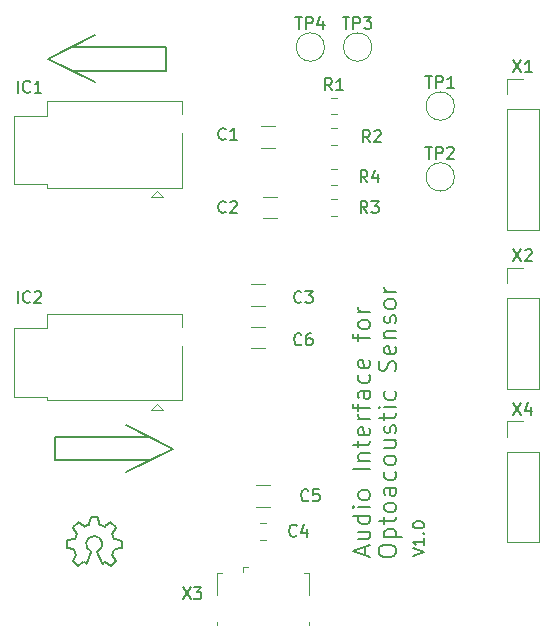
<source format=gbr>
G04 #@! TF.GenerationSoftware,KiCad,Pcbnew,6.0.0-unknown-ea0edab~86~ubuntu18.04.1*
G04 #@! TF.CreationDate,2019-07-07T14:50:01+02:00*
G04 #@! TF.ProjectId,interface,696e7465-7266-4616-9365-2e6b69636164,rev?*
G04 #@! TF.SameCoordinates,Original*
G04 #@! TF.FileFunction,Legend,Top*
G04 #@! TF.FilePolarity,Positive*
%FSLAX46Y46*%
G04 Gerber Fmt 4.6, Leading zero omitted, Abs format (unit mm)*
G04 Created by KiCad (PCBNEW 6.0.0-unknown-ea0edab~86~ubuntu18.04.1) date 2019-07-07 14:50:01*
%MOMM*%
%LPD*%
G04 APERTURE LIST*
%ADD10C,0.150000*%
%ADD11C,0.034395*%
%ADD12C,0.200000*%
%ADD13C,0.120000*%
G04 APERTURE END LIST*
D10*
X112778571Y-112800000D02*
X112778571Y-112514285D01*
X112850000Y-112371428D01*
X112992857Y-112228571D01*
X113278571Y-112157142D01*
X113778571Y-112157142D01*
X114064285Y-112228571D01*
X114207142Y-112371428D01*
X114278571Y-112514285D01*
X114278571Y-112800000D01*
X114207142Y-112942857D01*
X114064285Y-113085714D01*
X113778571Y-113157142D01*
X113278571Y-113157142D01*
X112992857Y-113085714D01*
X112850000Y-112942857D01*
X112778571Y-112800000D01*
X113278571Y-111514285D02*
X114778571Y-111514285D01*
X113350000Y-111514285D02*
X113278571Y-111371428D01*
X113278571Y-111085714D01*
X113350000Y-110942857D01*
X113421428Y-110871428D01*
X113564285Y-110800000D01*
X113992857Y-110800000D01*
X114135714Y-110871428D01*
X114207142Y-110942857D01*
X114278571Y-111085714D01*
X114278571Y-111371428D01*
X114207142Y-111514285D01*
X113278571Y-110371428D02*
X113278571Y-109800000D01*
X112778571Y-110157142D02*
X114064285Y-110157142D01*
X114207142Y-110085714D01*
X114278571Y-109942857D01*
X114278571Y-109800000D01*
X114278571Y-109085714D02*
X114207142Y-109228571D01*
X114135714Y-109300000D01*
X113992857Y-109371428D01*
X113564285Y-109371428D01*
X113421428Y-109300000D01*
X113350000Y-109228571D01*
X113278571Y-109085714D01*
X113278571Y-108871428D01*
X113350000Y-108728571D01*
X113421428Y-108657142D01*
X113564285Y-108585714D01*
X113992857Y-108585714D01*
X114135714Y-108657142D01*
X114207142Y-108728571D01*
X114278571Y-108871428D01*
X114278571Y-109085714D01*
X114278571Y-107300000D02*
X113492857Y-107300000D01*
X113350000Y-107371428D01*
X113278571Y-107514285D01*
X113278571Y-107800000D01*
X113350000Y-107942857D01*
X114207142Y-107300000D02*
X114278571Y-107442857D01*
X114278571Y-107800000D01*
X114207142Y-107942857D01*
X114064285Y-108014285D01*
X113921428Y-108014285D01*
X113778571Y-107942857D01*
X113707142Y-107800000D01*
X113707142Y-107442857D01*
X113635714Y-107300000D01*
X114207142Y-105942857D02*
X114278571Y-106085714D01*
X114278571Y-106371428D01*
X114207142Y-106514285D01*
X114135714Y-106585714D01*
X113992857Y-106657142D01*
X113564285Y-106657142D01*
X113421428Y-106585714D01*
X113350000Y-106514285D01*
X113278571Y-106371428D01*
X113278571Y-106085714D01*
X113350000Y-105942857D01*
X114278571Y-105085714D02*
X114207142Y-105228571D01*
X114135714Y-105300000D01*
X113992857Y-105371428D01*
X113564285Y-105371428D01*
X113421428Y-105300000D01*
X113350000Y-105228571D01*
X113278571Y-105085714D01*
X113278571Y-104871428D01*
X113350000Y-104728571D01*
X113421428Y-104657142D01*
X113564285Y-104585714D01*
X113992857Y-104585714D01*
X114135714Y-104657142D01*
X114207142Y-104728571D01*
X114278571Y-104871428D01*
X114278571Y-105085714D01*
X113278571Y-103300000D02*
X114278571Y-103300000D01*
X113278571Y-103942857D02*
X114064285Y-103942857D01*
X114207142Y-103871428D01*
X114278571Y-103728571D01*
X114278571Y-103514285D01*
X114207142Y-103371428D01*
X114135714Y-103300000D01*
X114207142Y-102657142D02*
X114278571Y-102514285D01*
X114278571Y-102228571D01*
X114207142Y-102085714D01*
X114064285Y-102014285D01*
X113992857Y-102014285D01*
X113850000Y-102085714D01*
X113778571Y-102228571D01*
X113778571Y-102442857D01*
X113707142Y-102585714D01*
X113564285Y-102657142D01*
X113492857Y-102657142D01*
X113350000Y-102585714D01*
X113278571Y-102442857D01*
X113278571Y-102228571D01*
X113350000Y-102085714D01*
X113278571Y-101585714D02*
X113278571Y-101014285D01*
X112778571Y-101371428D02*
X114064285Y-101371428D01*
X114207142Y-101300000D01*
X114278571Y-101157142D01*
X114278571Y-101014285D01*
X114278571Y-100514285D02*
X113278571Y-100514285D01*
X112778571Y-100514285D02*
X112850000Y-100585714D01*
X112921428Y-100514285D01*
X112850000Y-100442857D01*
X112778571Y-100514285D01*
X112921428Y-100514285D01*
X114207142Y-99157142D02*
X114278571Y-99300000D01*
X114278571Y-99585714D01*
X114207142Y-99728571D01*
X114135714Y-99800000D01*
X113992857Y-99871428D01*
X113564285Y-99871428D01*
X113421428Y-99800000D01*
X113350000Y-99728571D01*
X113278571Y-99585714D01*
X113278571Y-99300000D01*
X113350000Y-99157142D01*
X114207142Y-97442857D02*
X114278571Y-97228571D01*
X114278571Y-96871428D01*
X114207142Y-96728571D01*
X114135714Y-96657142D01*
X113992857Y-96585714D01*
X113850000Y-96585714D01*
X113707142Y-96657142D01*
X113635714Y-96728571D01*
X113564285Y-96871428D01*
X113492857Y-97157142D01*
X113421428Y-97300000D01*
X113350000Y-97371428D01*
X113207142Y-97442857D01*
X113064285Y-97442857D01*
X112921428Y-97371428D01*
X112850000Y-97300000D01*
X112778571Y-97157142D01*
X112778571Y-96800000D01*
X112850000Y-96585714D01*
X114207142Y-95371428D02*
X114278571Y-95514285D01*
X114278571Y-95800000D01*
X114207142Y-95942857D01*
X114064285Y-96014285D01*
X113492857Y-96014285D01*
X113350000Y-95942857D01*
X113278571Y-95800000D01*
X113278571Y-95514285D01*
X113350000Y-95371428D01*
X113492857Y-95300000D01*
X113635714Y-95300000D01*
X113778571Y-96014285D01*
X113278571Y-94657142D02*
X114278571Y-94657142D01*
X113421428Y-94657142D02*
X113350000Y-94585714D01*
X113278571Y-94442857D01*
X113278571Y-94228571D01*
X113350000Y-94085714D01*
X113492857Y-94014285D01*
X114278571Y-94014285D01*
X114207142Y-93371428D02*
X114278571Y-93228571D01*
X114278571Y-92942857D01*
X114207142Y-92800000D01*
X114064285Y-92728571D01*
X113992857Y-92728571D01*
X113850000Y-92800000D01*
X113778571Y-92942857D01*
X113778571Y-93157142D01*
X113707142Y-93300000D01*
X113564285Y-93371428D01*
X113492857Y-93371428D01*
X113350000Y-93300000D01*
X113278571Y-93157142D01*
X113278571Y-92942857D01*
X113350000Y-92800000D01*
X114278571Y-91871428D02*
X114207142Y-92014285D01*
X114135714Y-92085714D01*
X113992857Y-92157142D01*
X113564285Y-92157142D01*
X113421428Y-92085714D01*
X113350000Y-92014285D01*
X113278571Y-91871428D01*
X113278571Y-91657142D01*
X113350000Y-91514285D01*
X113421428Y-91442857D01*
X113564285Y-91371428D01*
X113992857Y-91371428D01*
X114135714Y-91442857D01*
X114207142Y-91514285D01*
X114278571Y-91657142D01*
X114278571Y-91871428D01*
X114278571Y-90728571D02*
X113278571Y-90728571D01*
X113564285Y-90728571D02*
X113421428Y-90657142D01*
X113350000Y-90585714D01*
X113278571Y-90442857D01*
X113278571Y-90300000D01*
X115652380Y-113123809D02*
X116652380Y-112790476D01*
X115652380Y-112457142D01*
X116652380Y-111600000D02*
X116652380Y-112171428D01*
X116652380Y-111885714D02*
X115652380Y-111885714D01*
X115795238Y-111980952D01*
X115890476Y-112076190D01*
X115938095Y-112171428D01*
X116557142Y-111171428D02*
X116604761Y-111123809D01*
X116652380Y-111171428D01*
X116604761Y-111219047D01*
X116557142Y-111171428D01*
X116652380Y-111171428D01*
X115652380Y-110504761D02*
X115652380Y-110409523D01*
X115700000Y-110314285D01*
X115747619Y-110266666D01*
X115842857Y-110219047D01*
X116033333Y-110171428D01*
X116271428Y-110171428D01*
X116461904Y-110219047D01*
X116557142Y-110266666D01*
X116604761Y-110314285D01*
X116652380Y-110409523D01*
X116652380Y-110504761D01*
X116604761Y-110600000D01*
X116557142Y-110647619D01*
X116461904Y-110695238D01*
X116271428Y-110742857D01*
X116033333Y-110742857D01*
X115842857Y-110695238D01*
X115747619Y-110647619D01*
X115700000Y-110600000D01*
X115652380Y-110504761D01*
D11*
X86412730Y-111789693D02*
X86412176Y-111790896D01*
X90994773Y-112413123D02*
X90995982Y-112412614D01*
X87824809Y-110594913D02*
X87822235Y-110593812D01*
X90101533Y-110252821D02*
X90100317Y-110253316D01*
X86420813Y-112407574D02*
X86422881Y-112409242D01*
X90233882Y-113015555D02*
X90232782Y-113012979D01*
X87192751Y-113010245D02*
X87191801Y-113012945D01*
X88041349Y-113726452D02*
X88042338Y-113725798D01*
X89024689Y-109800000D02*
X89023716Y-109799090D01*
X89385291Y-113727623D02*
X89386361Y-113728113D01*
X89171238Y-110433848D02*
X89171238Y-110433848D01*
D10*
X89142346Y-110400759D02*
X89033482Y-109815927D01*
D11*
X86409734Y-112384333D02*
X86409767Y-112385647D01*
X88050690Y-113715280D02*
X88050690Y-113715280D01*
X86870761Y-113502157D02*
X86871522Y-113504705D01*
X87194854Y-112989738D02*
X87195052Y-112992683D01*
X89606529Y-113620456D02*
X89609027Y-113619401D01*
X88408661Y-109793890D02*
X88406326Y-109795149D01*
X87836140Y-110597727D02*
X87833198Y-110597266D01*
X86419781Y-111780090D02*
X86418833Y-111781026D01*
X87323178Y-110252821D02*
X87321936Y-110252381D01*
X86417099Y-112403753D02*
X86418882Y-112405739D01*
X90550290Y-113510718D02*
X90550950Y-113509577D01*
D10*
X87289923Y-110259461D02*
X86878412Y-110670939D01*
D11*
X88278640Y-110411129D02*
X88277209Y-110413659D01*
X90100317Y-110253316D02*
X90099126Y-110253866D01*
X87008484Y-112529626D02*
X87010523Y-112531773D01*
X90405924Y-112544946D02*
X90406410Y-112543696D01*
X87784640Y-113619455D02*
X87787311Y-113618573D01*
X86870949Y-110701707D02*
X86871334Y-110702967D01*
X89392015Y-113729712D02*
X89393192Y-113729855D01*
X90096829Y-110255133D02*
X90095729Y-110255850D01*
X87193231Y-112981322D02*
X87193945Y-112984036D01*
X90102771Y-110252381D02*
X90101533Y-110252821D01*
X90549856Y-113476779D02*
X90549856Y-113476779D01*
X89570938Y-110596993D02*
X89568230Y-110596272D01*
X88396506Y-109804000D02*
X88395740Y-109805080D01*
X87195052Y-112992683D02*
X87195081Y-112995660D01*
X89384247Y-113727077D02*
X89385291Y-113727623D01*
X89381285Y-113725118D02*
X89382242Y-113725824D01*
X87017044Y-112541181D02*
X87018183Y-112543662D01*
X87296180Y-113932004D02*
X87297348Y-113932610D01*
X86410024Y-112388261D02*
X86410246Y-112389556D01*
D10*
X87033640Y-111638253D02*
X86434774Y-111772190D01*
D11*
X87291833Y-113929084D02*
X87292866Y-113929887D01*
X89017200Y-109794496D02*
X89016019Y-109793890D01*
X88412323Y-109792380D02*
X88411084Y-109792831D01*
D10*
X111650000Y-113028571D02*
X111650000Y-112314285D01*
X112078571Y-113171428D02*
X110578571Y-112671428D01*
X112078571Y-112171428D01*
X111078571Y-111028571D02*
X112078571Y-111028571D01*
X111078571Y-111671428D02*
X111864285Y-111671428D01*
X112007142Y-111600000D01*
X112078571Y-111457142D01*
X112078571Y-111242857D01*
X112007142Y-111100000D01*
X111935714Y-111028571D01*
X112078571Y-109671428D02*
X110578571Y-109671428D01*
X112007142Y-109671428D02*
X112078571Y-109814285D01*
X112078571Y-110100000D01*
X112007142Y-110242857D01*
X111935714Y-110314285D01*
X111792857Y-110385714D01*
X111364285Y-110385714D01*
X111221428Y-110314285D01*
X111150000Y-110242857D01*
X111078571Y-110100000D01*
X111078571Y-109814285D01*
X111150000Y-109671428D01*
X112078571Y-108957142D02*
X111078571Y-108957142D01*
X110578571Y-108957142D02*
X110650000Y-109028571D01*
X110721428Y-108957142D01*
X110650000Y-108885714D01*
X110578571Y-108957142D01*
X110721428Y-108957142D01*
X112078571Y-108028571D02*
X112007142Y-108171428D01*
X111935714Y-108242857D01*
X111792857Y-108314285D01*
X111364285Y-108314285D01*
X111221428Y-108242857D01*
X111150000Y-108171428D01*
X111078571Y-108028571D01*
X111078571Y-107814285D01*
X111150000Y-107671428D01*
X111221428Y-107600000D01*
X111364285Y-107528571D01*
X111792857Y-107528571D01*
X111935714Y-107600000D01*
X112007142Y-107671428D01*
X112078571Y-107814285D01*
X112078571Y-108028571D01*
X112078571Y-105742857D02*
X110578571Y-105742857D01*
X111078571Y-105028571D02*
X112078571Y-105028571D01*
X111221428Y-105028571D02*
X111150000Y-104957142D01*
X111078571Y-104814285D01*
X111078571Y-104600000D01*
X111150000Y-104457142D01*
X111292857Y-104385714D01*
X112078571Y-104385714D01*
X111078571Y-103885714D02*
X111078571Y-103314285D01*
X110578571Y-103671428D02*
X111864285Y-103671428D01*
X112007142Y-103600000D01*
X112078571Y-103457142D01*
X112078571Y-103314285D01*
X112007142Y-102242857D02*
X112078571Y-102385714D01*
X112078571Y-102671428D01*
X112007142Y-102814285D01*
X111864285Y-102885714D01*
X111292857Y-102885714D01*
X111150000Y-102814285D01*
X111078571Y-102671428D01*
X111078571Y-102385714D01*
X111150000Y-102242857D01*
X111292857Y-102171428D01*
X111435714Y-102171428D01*
X111578571Y-102885714D01*
X112078571Y-101528571D02*
X111078571Y-101528571D01*
X111364285Y-101528571D02*
X111221428Y-101457142D01*
X111150000Y-101385714D01*
X111078571Y-101242857D01*
X111078571Y-101100000D01*
X111078571Y-100814285D02*
X111078571Y-100242857D01*
X112078571Y-100600000D02*
X110792857Y-100600000D01*
X110650000Y-100528571D01*
X110578571Y-100385714D01*
X110578571Y-100242857D01*
X112078571Y-99100000D02*
X111292857Y-99100000D01*
X111150000Y-99171428D01*
X111078571Y-99314285D01*
X111078571Y-99600000D01*
X111150000Y-99742857D01*
X112007142Y-99100000D02*
X112078571Y-99242857D01*
X112078571Y-99600000D01*
X112007142Y-99742857D01*
X111864285Y-99814285D01*
X111721428Y-99814285D01*
X111578571Y-99742857D01*
X111507142Y-99600000D01*
X111507142Y-99242857D01*
X111435714Y-99100000D01*
X112007142Y-97742857D02*
X112078571Y-97885714D01*
X112078571Y-98171428D01*
X112007142Y-98314285D01*
X111935714Y-98385714D01*
X111792857Y-98457142D01*
X111364285Y-98457142D01*
X111221428Y-98385714D01*
X111150000Y-98314285D01*
X111078571Y-98171428D01*
X111078571Y-97885714D01*
X111150000Y-97742857D01*
X112007142Y-96528571D02*
X112078571Y-96671428D01*
X112078571Y-96957142D01*
X112007142Y-97100000D01*
X111864285Y-97171428D01*
X111292857Y-97171428D01*
X111150000Y-97100000D01*
X111078571Y-96957142D01*
X111078571Y-96671428D01*
X111150000Y-96528571D01*
X111292857Y-96457142D01*
X111435714Y-96457142D01*
X111578571Y-97171428D01*
X111078571Y-94885714D02*
X111078571Y-94314285D01*
X112078571Y-94671428D02*
X110792857Y-94671428D01*
X110650000Y-94600000D01*
X110578571Y-94457142D01*
X110578571Y-94314285D01*
X112078571Y-93600000D02*
X112007142Y-93742857D01*
X111935714Y-93814285D01*
X111792857Y-93885714D01*
X111364285Y-93885714D01*
X111221428Y-93814285D01*
X111150000Y-93742857D01*
X111078571Y-93600000D01*
X111078571Y-93385714D01*
X111150000Y-93242857D01*
X111221428Y-93171428D01*
X111364285Y-93100000D01*
X111792857Y-93100000D01*
X111935714Y-93171428D01*
X112007142Y-93242857D01*
X112078571Y-93385714D01*
X112078571Y-93600000D01*
X112078571Y-92457142D02*
X111078571Y-92457142D01*
X111364285Y-92457142D02*
X111221428Y-92385714D01*
X111150000Y-92314285D01*
X111078571Y-92171428D01*
X111078571Y-92028571D01*
D11*
X90231050Y-113007477D02*
X90230422Y-113004594D01*
D10*
X87188008Y-113020208D02*
X86874731Y-113476744D01*
D11*
X91014307Y-112389591D02*
X91014529Y-112388295D01*
X87328963Y-113930941D02*
X87328963Y-113930941D01*
X90434307Y-112518180D02*
X90435609Y-112517796D01*
X86411712Y-112394618D02*
X86412771Y-112397050D01*
X87301041Y-110252619D02*
X87298578Y-110253586D01*
X90995982Y-112412614D02*
X90997168Y-112412049D01*
X90554733Y-110689869D02*
X90554387Y-110687227D01*
X86428560Y-112412580D02*
X86429771Y-112413089D01*
X86426161Y-111775366D02*
X86425023Y-111776038D01*
X86873110Y-110678415D02*
X86872551Y-110679612D01*
X90992294Y-112413967D02*
X90993543Y-112413575D01*
X86410866Y-112392116D02*
X86411262Y-112393375D01*
X86416221Y-111784049D02*
X86415432Y-111785123D01*
X87324362Y-113933452D02*
X87325556Y-113932907D01*
X90230646Y-112984069D02*
X90231359Y-112981356D01*
X88394353Y-109807328D02*
X88393735Y-109808491D01*
X90121056Y-113934921D02*
X90123598Y-113934162D01*
X89393192Y-113729855D02*
X89394380Y-113729939D01*
X88018186Y-113727249D02*
X88019366Y-113727815D01*
X90131783Y-110256886D02*
X90130711Y-110256126D01*
X88026585Y-113729798D02*
X88027792Y-113729902D01*
X89033482Y-109815927D02*
X89033482Y-109815927D01*
X87194943Y-112998646D02*
X87194640Y-113001621D01*
X86431003Y-112413541D02*
X86432254Y-112413933D01*
X90554319Y-113487661D02*
X90554042Y-113486367D01*
D10*
X86434808Y-112414532D02*
X86986346Y-112517169D01*
D11*
X88401979Y-109798218D02*
X88400000Y-109800000D01*
X88395022Y-109806190D02*
X88394353Y-109807328D01*
X87195081Y-112995660D02*
X87194943Y-112998646D01*
X90554387Y-110687227D02*
X90553834Y-110684623D01*
X90127296Y-110254146D02*
X90126100Y-110253586D01*
X90554797Y-110695191D02*
X90554870Y-110692531D01*
X89604876Y-110592553D02*
X89602446Y-110593811D01*
X87850925Y-110597540D02*
X87848034Y-110597915D01*
X86432214Y-111772806D02*
X86430960Y-111773205D01*
X90106598Y-110251387D02*
X90105307Y-110251664D01*
X90123637Y-110252619D02*
X90121095Y-110251855D01*
D10*
X89563213Y-110594305D02*
X89171238Y-110433848D01*
D11*
X90229956Y-113001655D02*
X90229653Y-112998681D01*
X89156936Y-110425081D02*
X89154803Y-110423016D01*
X86434808Y-112414532D02*
X86434808Y-112414532D01*
X87308828Y-110250948D02*
X87306186Y-110251298D01*
X87191801Y-113012945D02*
X87190692Y-113015521D01*
X87801642Y-113616772D02*
X87804548Y-113616937D01*
X88420029Y-109790885D02*
X88418722Y-109790983D01*
X87296215Y-110254756D02*
X87295077Y-110255416D01*
X90551561Y-113508406D02*
X90552120Y-113507207D01*
X90095660Y-113930975D02*
X90095660Y-113930975D01*
X87779670Y-113621735D02*
X87782086Y-113620509D01*
X90551825Y-110706614D02*
X90552371Y-110705423D01*
D10*
X89406402Y-113727283D02*
X89604178Y-113621688D01*
D11*
X89395577Y-113729961D02*
X89396781Y-113729921D01*
X88459725Y-112726211D02*
X88460014Y-112724936D01*
X90118494Y-110251298D02*
X90115855Y-110250948D01*
X86870068Y-113488934D02*
X86869785Y-113491576D01*
X87833198Y-110597266D02*
X87830313Y-110596642D01*
X87861479Y-110594305D02*
X87859038Y-110595377D01*
D10*
X86409700Y-111802389D02*
X86409734Y-112384333D01*
D11*
X87289923Y-110259461D02*
X87289923Y-110259461D01*
X88400000Y-109800000D02*
X88398170Y-109801932D01*
X87298543Y-113933166D02*
X87299763Y-113933672D01*
X90231837Y-113010279D02*
X90231050Y-113007477D01*
X87015692Y-112538736D02*
X87017044Y-112541181D01*
X89007244Y-109791143D02*
X89005941Y-109790983D01*
D10*
X88960741Y-112716805D02*
G75*
G03X88460014Y-112724936I-260741J634987D01*
G01*
D11*
X86872551Y-110679612D02*
X86872042Y-110680834D01*
D10*
X90546246Y-110670939D02*
X90134768Y-110259461D01*
D11*
X89631682Y-113617348D02*
X89634518Y-113617883D01*
X87318066Y-113935362D02*
X87319360Y-113935088D01*
X90548011Y-113513936D02*
X90548820Y-113512900D01*
X86874731Y-113476744D02*
X86874017Y-113477845D01*
X90232782Y-113012979D02*
X90231837Y-113010279D01*
X89373898Y-113715314D02*
X89373898Y-113715314D01*
X91008274Y-112402743D02*
X91009065Y-112401667D01*
X90552111Y-110679612D02*
X90550945Y-110677245D01*
X86871278Y-113483793D02*
X86870565Y-113486333D01*
X91004709Y-112406710D02*
X91005658Y-112405773D01*
X88036007Y-113728905D02*
X88037121Y-113728526D01*
X90553851Y-113502191D02*
X90554408Y-113499585D01*
X87790077Y-113617864D02*
X87792915Y-113617329D01*
X90989746Y-112414566D02*
X90989746Y-112414566D01*
X91005658Y-112405773D02*
X91006569Y-112404798D01*
X90438208Y-112517203D02*
X90438208Y-112517203D01*
X87004037Y-112525684D02*
X87006317Y-112527591D01*
X89625881Y-113616804D02*
X89628796Y-113616988D01*
X89019489Y-109795850D02*
X89018358Y-109795149D01*
X87830313Y-110596642D02*
X87827509Y-110595857D01*
X86874378Y-110676105D02*
X86873719Y-110677245D01*
X86996691Y-112520878D02*
X86999207Y-112522312D01*
X86414687Y-111786226D02*
X86413987Y-111787356D01*
X87194172Y-113004560D02*
X87193542Y-113007442D01*
X89607136Y-110591140D02*
X89604876Y-110592553D01*
X86873359Y-113478979D02*
X86872756Y-113480143D01*
X88263265Y-110428760D02*
X88260886Y-110430342D01*
X90554512Y-110697831D02*
X90554797Y-110695191D01*
X89026520Y-109801932D02*
X89025624Y-109800948D01*
X86410210Y-111797170D02*
X86409989Y-111798464D01*
X90553088Y-113504739D02*
X90553851Y-113502191D01*
X90552120Y-113507207D02*
X90552629Y-113505984D01*
X89637281Y-113618592D02*
X89639951Y-113619476D01*
X88024165Y-113729400D02*
X88025375Y-113729632D01*
X89142955Y-110403356D02*
X89142621Y-110402055D01*
X86878343Y-113515852D02*
X86878343Y-113515852D01*
X88421340Y-109790853D02*
X88420029Y-109790885D01*
X86871334Y-110702967D02*
X86871773Y-110704206D01*
X88417422Y-109791143D02*
X88416130Y-109791364D01*
D10*
X88966135Y-112729942D02*
X89373898Y-113715314D01*
D11*
X89591470Y-110597266D02*
X89588526Y-110597727D01*
X88282381Y-110400759D02*
X88281772Y-110403356D01*
X90095660Y-113930975D02*
X90096761Y-113931686D01*
X90998331Y-112411431D02*
X90999468Y-112410762D01*
X89161475Y-110428760D02*
X89159165Y-110427001D01*
X89602446Y-110593811D02*
X89599867Y-110594913D01*
X87019090Y-112546165D02*
X87019090Y-112546165D01*
X90550573Y-113477879D02*
X90549856Y-113476779D01*
X89400411Y-113729423D02*
X89401620Y-113729128D01*
X86410527Y-112390842D02*
X86410866Y-112392116D01*
X90554898Y-113494274D02*
X90554826Y-113491610D01*
X89023716Y-109799090D02*
X89022708Y-109798218D01*
X89568230Y-110596272D02*
X89565648Y-110595377D01*
X87295042Y-113931348D02*
X87296180Y-113932004D01*
X91002707Y-112408464D02*
X91003725Y-112407608D01*
X90552863Y-110704206D02*
X90553301Y-110702967D01*
X90548819Y-110673924D02*
X90548011Y-110672889D01*
D10*
X90095729Y-110255850D02*
X89607136Y-110591140D01*
D11*
X90427859Y-112520912D02*
X90430417Y-112519665D01*
X86994130Y-112519631D02*
X86996691Y-112520878D01*
X89388568Y-113728925D02*
X89389700Y-113729246D01*
X88048267Y-113719779D02*
X88048947Y-113718724D01*
X89594356Y-110596642D02*
X89591470Y-110597266D01*
X90126100Y-110253586D02*
X90124879Y-110253077D01*
X90131730Y-113929921D02*
X90132761Y-113929118D01*
X86413987Y-111787356D02*
X86413335Y-111788513D01*
X89012352Y-109792380D02*
X89011094Y-109791985D01*
X87018666Y-112544912D02*
X87019090Y-112546165D01*
X87292901Y-110256886D02*
X87291867Y-110257695D01*
X90553834Y-110684623D02*
X90553075Y-110682078D01*
X88032558Y-113729693D02*
X88033723Y-113729489D01*
X88395740Y-109805080D02*
X88395022Y-109806190D01*
X89159165Y-110427001D02*
X89156936Y-110425081D01*
X89573747Y-110597540D02*
X89570938Y-110596993D01*
X87001661Y-112523919D02*
X87004037Y-112525684D01*
X87012415Y-112534017D02*
X87014143Y-112536343D01*
X87306186Y-110251298D02*
X87303584Y-110251855D01*
X89152780Y-110420825D02*
X89150883Y-110418524D01*
X89376320Y-113719812D02*
X89377045Y-113720820D01*
X86872042Y-110680834D02*
X86871584Y-110682078D01*
X88260886Y-110430342D02*
X88258454Y-110431728D01*
X91012332Y-112395878D02*
X91012837Y-112394653D01*
X90229740Y-112989772D02*
X90230107Y-112986882D01*
X90113196Y-110250808D02*
X90110539Y-110250880D01*
X87319395Y-110251664D02*
X87316794Y-110251165D01*
X90420528Y-112525718D02*
X90422897Y-112523954D01*
X86422881Y-112409242D02*
X86423962Y-112410009D01*
X88050161Y-113716473D02*
X88050690Y-113715280D01*
X86420764Y-111779194D02*
X86419781Y-111780090D01*
X89033212Y-109814642D02*
X89032878Y-109813372D01*
X87795803Y-113616969D02*
X87798719Y-113616783D01*
D10*
X90220414Y-111190178D02*
X90549857Y-110710012D01*
D11*
X87192342Y-112978731D02*
X87193231Y-112981322D01*
X91010514Y-112399427D02*
X91011169Y-112398267D01*
X89563213Y-110594305D02*
X89563213Y-110594305D01*
X87326757Y-110254472D02*
X87325591Y-110253866D01*
X90554042Y-113486367D02*
X90553711Y-113485088D01*
X86876651Y-110672889D02*
X86875844Y-110673924D01*
X90550950Y-113509577D02*
X90551561Y-113508406D01*
X87293937Y-113930642D02*
X87295042Y-113931348D01*
X87303549Y-113934887D02*
X87306151Y-113935442D01*
X88022957Y-113729104D02*
X88024165Y-113729400D01*
X89402826Y-113728767D02*
X89404027Y-113728340D01*
X88273854Y-110418524D02*
X88271959Y-110420825D01*
X88253488Y-110433848D02*
X88253488Y-110433848D01*
X86874311Y-113510683D02*
X86875019Y-113511792D01*
X88034873Y-113729226D02*
X88036007Y-113728905D01*
X86869785Y-113491576D02*
X86869715Y-113494240D01*
X88269938Y-110423016D02*
X88267805Y-110425081D01*
X91014025Y-112390876D02*
X91014307Y-112389591D01*
X87819809Y-110592553D02*
X87817556Y-110591140D01*
X89378624Y-113722689D02*
X89379475Y-113723549D01*
X87299763Y-113933672D02*
X87301006Y-113934128D01*
X89016019Y-109793890D02*
X89014816Y-109793335D01*
X91001658Y-112409276D02*
X91002707Y-112408464D01*
X86988940Y-112517762D02*
X86991541Y-112518587D01*
X87190692Y-113015521D02*
X87189428Y-113017949D01*
X91011775Y-112397084D02*
X91012332Y-112395878D01*
X90554870Y-110692531D02*
X90554733Y-110689869D01*
X89617187Y-113617306D02*
X89620055Y-113616963D01*
X90546245Y-113515887D02*
X90546245Y-113515887D01*
X86986346Y-112517169D02*
X86987641Y-112517435D01*
X89399200Y-113729653D02*
X89400411Y-113729423D01*
X90554758Y-113496939D02*
X90554898Y-113494274D01*
X87314117Y-113935863D02*
X87316759Y-113935582D01*
X90405497Y-112546199D02*
X90405497Y-112546199D01*
X90549857Y-110710012D02*
X90550568Y-110708912D01*
X90229515Y-112995694D02*
X90229543Y-112992717D01*
X86871584Y-110682078D02*
X86870821Y-110684623D01*
X88030192Y-113729920D02*
X88031380Y-113729836D01*
X90129604Y-110255416D02*
X90128465Y-110254756D01*
X87326722Y-113932307D02*
X87327859Y-113931652D01*
X88040331Y-113727053D02*
X88041349Y-113726452D01*
X87319360Y-113935088D02*
X87320639Y-113934760D01*
X89149126Y-110416129D02*
X89147524Y-110413659D01*
X89620055Y-113616963D02*
X89622960Y-113616795D01*
X86415478Y-112401633D02*
X86417099Y-112403753D01*
X87303584Y-110251855D02*
X87301041Y-110252619D01*
X89644918Y-113621764D02*
X89647172Y-113623167D01*
X91014787Y-112385681D02*
X91014820Y-112384367D01*
X87321901Y-113934379D02*
X87323143Y-113933943D01*
X89397989Y-113729819D02*
X89399200Y-113729653D01*
X89008538Y-109791364D02*
X89007244Y-109791143D01*
X87194485Y-112986848D02*
X87194854Y-112989738D01*
D10*
X90233312Y-112976319D02*
X90405497Y-112546199D01*
D11*
X88020556Y-113728312D02*
X88021753Y-113728741D01*
X87295077Y-110255416D02*
X87293971Y-110256126D01*
X87014143Y-112536343D02*
X87015692Y-112538736D01*
X89576635Y-110597915D02*
X89573747Y-110597540D01*
X86871522Y-113504705D02*
X86872487Y-113507173D01*
X89143792Y-110405961D02*
X89142955Y-110403356D01*
X89382242Y-113725824D02*
X89383230Y-113726477D01*
X86409734Y-112384333D02*
X86409734Y-112384333D01*
X89405219Y-113727846D02*
X89406402Y-113727283D01*
X91009812Y-112400561D02*
X91010514Y-112399427D01*
X86991541Y-112518587D02*
X86994130Y-112519631D01*
X86412176Y-111790896D02*
X86411673Y-111792118D01*
X90095729Y-110255850D02*
X90095729Y-110255850D01*
X87316794Y-110251165D02*
X87314152Y-110250880D01*
X88391480Y-109814642D02*
X88391209Y-109815927D01*
X89628796Y-113616988D02*
X89631682Y-113617348D01*
X86415432Y-111785123D02*
X86414687Y-111786226D01*
X87845087Y-110598119D02*
X87842107Y-110598155D01*
X91007442Y-112403787D02*
X91008274Y-112402743D01*
X90128465Y-110254756D02*
X90127296Y-110254146D01*
X90548011Y-110672889D02*
X90547153Y-110671892D01*
X89032484Y-109812121D02*
X89032031Y-109810890D01*
X87787311Y-113618573D02*
X87790077Y-113617864D01*
X90547153Y-113514933D02*
X90548011Y-113513936D01*
X89377814Y-113721779D02*
X89378624Y-113722689D01*
X91012837Y-112394653D02*
X91013288Y-112393409D01*
D10*
X89647172Y-113623167D02*
X90095660Y-113930975D01*
D11*
X90430417Y-112519665D02*
X90433006Y-112518621D01*
X86410490Y-111795886D02*
X86410210Y-111797170D01*
X89004631Y-109790885D02*
X89003317Y-109790853D01*
X89163853Y-110430342D02*
X89161475Y-110428760D01*
X88280936Y-110405961D02*
X88279887Y-110408557D01*
X90229653Y-112998681D02*
X90229515Y-112995694D01*
X88459374Y-112727472D02*
X88459725Y-112726211D01*
X86870205Y-113499550D02*
X86870761Y-113502157D01*
D10*
X90438208Y-112517203D02*
X90989746Y-112414566D01*
D11*
X89404027Y-113728340D02*
X89405219Y-113727846D01*
X89144842Y-110408557D02*
X89143792Y-110405961D01*
X90230422Y-113004594D02*
X90229956Y-113001655D01*
X88413579Y-109791985D02*
X88412323Y-109792380D01*
X88267805Y-110425081D02*
X88265576Y-110427001D01*
X91009065Y-112401667D02*
X91009812Y-112400561D01*
X87297348Y-113932610D02*
X87298543Y-113933166D01*
X88037121Y-113728526D02*
X88038215Y-113728091D01*
X87817556Y-110591140D02*
X87817556Y-110591140D01*
X88033723Y-113729489D02*
X88034873Y-113729226D01*
X89027374Y-109802950D02*
X89026520Y-109801932D01*
X90412174Y-112534051D02*
X90414060Y-112531807D01*
X86410829Y-111794615D02*
X86410490Y-111795886D01*
X88392207Y-109812121D02*
X88391813Y-109813372D01*
X89031521Y-109809679D02*
X89030956Y-109808491D01*
X87298578Y-110253586D02*
X87296215Y-110254756D01*
X89396781Y-113729921D02*
X89397989Y-113729819D01*
X88018186Y-113727249D02*
X88018186Y-113727249D01*
D10*
X88050690Y-113715280D02*
X88458487Y-112729942D01*
D11*
X89609027Y-113619401D02*
X89611651Y-113618526D01*
X86870821Y-110684623D02*
X86870262Y-110687227D01*
X86433523Y-112414265D02*
X86434808Y-112414532D01*
X86987641Y-112517435D02*
X86988940Y-112517762D01*
X89028185Y-109804000D02*
X89027374Y-109802950D01*
X90099126Y-110253866D02*
X90097963Y-110254472D01*
X88414849Y-109791645D02*
X88413579Y-109791985D01*
X89168749Y-110432903D02*
X89167512Y-110432343D01*
X87798719Y-113616783D02*
X87801642Y-113616772D01*
X88038215Y-113728091D02*
X88039285Y-113727600D01*
X90997168Y-112412049D02*
X90998331Y-112411431D01*
X87807416Y-113617279D02*
X87810224Y-113617798D01*
X86875019Y-113511792D02*
X86875776Y-113512866D01*
X90134768Y-110259461D02*
X90133815Y-110258554D01*
X87191276Y-112976285D02*
X87192342Y-112978731D01*
D10*
X87206995Y-111233895D02*
X87033640Y-111638253D01*
D11*
X90235137Y-113017983D02*
X90233882Y-113015555D01*
X86872487Y-113507173D02*
X86873653Y-113509542D01*
X89375641Y-113718757D02*
X89376320Y-113719812D01*
X89030338Y-109807328D02*
X89029669Y-109806190D01*
X90548820Y-113512900D02*
X90549580Y-113511826D01*
X91011169Y-112398267D02*
X91011775Y-112397084D01*
X86409829Y-111799766D02*
X86409732Y-111801076D01*
D10*
X87817556Y-110591140D02*
X87328997Y-110255850D01*
D11*
X91013685Y-112392150D02*
X91014025Y-112390876D01*
X87827509Y-110595857D02*
X87824809Y-110594913D01*
X90554826Y-113491610D02*
X90554542Y-113488968D01*
X90097894Y-113932341D02*
X90099058Y-113932941D01*
X86875776Y-113512866D02*
X86876583Y-113513902D01*
X87323143Y-113933943D02*
X87324362Y-113933452D01*
X87812950Y-113618494D02*
X87815571Y-113619369D01*
D10*
X87019090Y-112546165D02*
X87191276Y-112976285D01*
D11*
X89022708Y-109798218D02*
X89021666Y-109797386D01*
X87861479Y-110594305D02*
X87861479Y-110594305D01*
X90231359Y-112981356D02*
X90232247Y-112978765D01*
X89387454Y-113728547D02*
X89388568Y-113728925D01*
X87818065Y-113620422D02*
X87820410Y-113621654D01*
X89030956Y-109808491D02*
X89030338Y-109807328D01*
X87325556Y-113932907D02*
X87326722Y-113932307D01*
X90991028Y-112414298D02*
X90992294Y-112413967D01*
X88255983Y-110432903D02*
X88253488Y-110433848D01*
X87327893Y-110255133D02*
X87326757Y-110254472D01*
X88025375Y-113729632D02*
X88026585Y-113729798D01*
D10*
X86874800Y-110710012D02*
X87206995Y-111233895D01*
D11*
X86421781Y-111778338D02*
X86420764Y-111779194D01*
X88281772Y-110403356D02*
X88280936Y-110405961D01*
D10*
X87820410Y-113621654D02*
X88018186Y-113727249D01*
D11*
X86869839Y-110695191D02*
X86870122Y-110697831D01*
X86423962Y-112410009D02*
X86425072Y-112410728D01*
X86409700Y-111802389D02*
X86409700Y-111802389D01*
X86425023Y-111776038D02*
X86423912Y-111776759D01*
X90129557Y-113931382D02*
X90130661Y-113930676D01*
X87290840Y-113928231D02*
X87291833Y-113929084D01*
X87293971Y-110256126D02*
X87292901Y-110256886D01*
X88045109Y-113723520D02*
X88045960Y-113722659D01*
X86870262Y-110687227D02*
X86869911Y-110689869D01*
X88019366Y-113727815D02*
X88020556Y-113728312D01*
X89401620Y-113729128D02*
X89402826Y-113728767D01*
X90126060Y-113933200D02*
X90128421Y-113932038D01*
X90552390Y-113481369D02*
X90551840Y-113480177D01*
X90433006Y-112518621D02*
X90434307Y-112518180D01*
X87782086Y-113620509D02*
X87784640Y-113619455D01*
X90115855Y-110250948D02*
X90113196Y-110250808D01*
X88046771Y-113721748D02*
X88047541Y-113720788D01*
X88458962Y-112728716D02*
X88459374Y-112727472D01*
X90110488Y-113935897D02*
X90113149Y-113935966D01*
X90132761Y-113929118D02*
X90133751Y-113928265D01*
X86869856Y-113496905D02*
X86870205Y-113499550D01*
X90554014Y-110700429D02*
X90554512Y-110697831D01*
X89622960Y-113616795D02*
X89625881Y-113616804D01*
X88409863Y-109793335D02*
X88408661Y-109793890D01*
X88392660Y-109810890D02*
X88392207Y-109812121D01*
X87316759Y-113935582D02*
X87318066Y-113935362D01*
X87804548Y-113616937D02*
X87807416Y-113617279D01*
X86878412Y-110670939D02*
X86877507Y-110671892D01*
X89028950Y-109805080D02*
X89028185Y-109804000D01*
X88021753Y-113728741D02*
X88022957Y-113729104D01*
X89389700Y-113729246D02*
X89390850Y-113729508D01*
X89604178Y-113621688D02*
X89606529Y-113620456D01*
X87328997Y-110255850D02*
X87328997Y-110255850D01*
D10*
X86878343Y-113515852D02*
X87289889Y-113927330D01*
D11*
X86874017Y-113477845D02*
X86873359Y-113478979D01*
X88258454Y-110431728D02*
X88255983Y-110432903D01*
X87853738Y-110596993D02*
X87850925Y-110597540D01*
X88421340Y-109790853D02*
X88421340Y-109790853D01*
X86999207Y-112522312D02*
X87001661Y-112523919D01*
X88044220Y-113724331D02*
X88045109Y-113723520D01*
X88275609Y-110416129D02*
X88273854Y-110418524D01*
X86418882Y-112405739D02*
X86420813Y-112407574D01*
X89014816Y-109793335D02*
X89013593Y-109792831D01*
X86427326Y-111774745D02*
X86426161Y-111775366D01*
X88406326Y-109795149D02*
X88404093Y-109796596D01*
X89147524Y-110413659D02*
X89146091Y-110411129D01*
D10*
X90134699Y-113927364D02*
X90546245Y-113515887D01*
D11*
X87328997Y-110255850D02*
X87327893Y-110255133D01*
X86427373Y-112412015D02*
X86428560Y-112412580D01*
X90096761Y-113931686D02*
X90097894Y-113932341D01*
X89579580Y-110598119D02*
X89576635Y-110597915D01*
X86429727Y-111773663D02*
X86428515Y-111774177D01*
X90115811Y-113935825D02*
X90118454Y-113935476D01*
X88042338Y-113725798D02*
X88043296Y-113725090D01*
X90553711Y-113485088D02*
X90553325Y-113483827D01*
X86876583Y-113513902D02*
X86877438Y-113514898D01*
X89373898Y-113715314D02*
X89374427Y-113716507D01*
X91013288Y-112393409D02*
X91013685Y-112392150D01*
X86871716Y-113482553D02*
X86871278Y-113483793D01*
X90236545Y-113020242D02*
X90235137Y-113017983D01*
X90107847Y-113935616D02*
X90110488Y-113935897D01*
X89033482Y-109815927D02*
X89033212Y-109814642D01*
X90552629Y-113505984D02*
X90553088Y-113504739D01*
X88458487Y-112729942D02*
X88458962Y-112728716D01*
X87839117Y-110598024D02*
X87836140Y-110597727D01*
X87308794Y-113935791D02*
X87311456Y-113935932D01*
X90101468Y-113933977D02*
X90102708Y-113934413D01*
X90134768Y-110259461D02*
X90134768Y-110259461D01*
X90123598Y-113934162D02*
X90126060Y-113933200D01*
X89169991Y-110433405D02*
X89168749Y-110432903D01*
X87010523Y-112531773D02*
X87012415Y-112534017D01*
X90553301Y-110702967D02*
X90554014Y-110700429D01*
X90546246Y-110670939D02*
X90546246Y-110670939D01*
X89025624Y-109800948D02*
X89024689Y-109800000D01*
X87321936Y-110252381D02*
X87319395Y-110251664D01*
X89607136Y-110591140D02*
X89607136Y-110591140D01*
X89021666Y-109797386D02*
X89020592Y-109796596D01*
X87822235Y-110593812D02*
X87819809Y-110592553D01*
X88279887Y-110408557D02*
X88278640Y-110411129D01*
X87291867Y-110257695D02*
X87290874Y-110258554D01*
X89029669Y-109806190D02*
X89028950Y-109805080D01*
X89599867Y-110594913D02*
X89597163Y-110595857D01*
X87292866Y-113929887D02*
X87293937Y-113930642D01*
X87842107Y-110598155D02*
X87839117Y-110598024D01*
X87289889Y-113927330D02*
X87289889Y-113927330D01*
X89011094Y-109791985D02*
X89009822Y-109791645D01*
X88027792Y-113729902D02*
X88028995Y-113729942D01*
X90229543Y-112992717D02*
X90229740Y-112989772D01*
X86409864Y-112386957D02*
X86410024Y-112388261D01*
X87311490Y-110250808D02*
X87308828Y-110250948D01*
X90425346Y-112522346D02*
X90427859Y-112520912D01*
X86422831Y-111777526D02*
X86421781Y-111778338D01*
X86417923Y-111781999D02*
X86417052Y-111783007D01*
X90422897Y-112523954D02*
X90425346Y-112522346D01*
X86410246Y-112389556D02*
X86410527Y-112390842D01*
X87018183Y-112543662D02*
X87018666Y-112544912D01*
X89142346Y-110400759D02*
X89142346Y-110400759D01*
X86423912Y-111776759D02*
X86422831Y-111777526D01*
X90414060Y-112531807D02*
X90416093Y-112529660D01*
X89167512Y-110432343D02*
X89166282Y-110431728D01*
X86869911Y-110689869D02*
X86869770Y-110692531D01*
X87193945Y-112984036D02*
X87194485Y-112986848D01*
X87820410Y-113621654D02*
X87820410Y-113621654D01*
X88043296Y-113725090D02*
X88044220Y-113724331D01*
X89171238Y-110433848D02*
X89169991Y-110433405D01*
X86986346Y-112517169D02*
X86986346Y-112517169D01*
X89585548Y-110598024D02*
X89582559Y-110598155D01*
X90121095Y-110251855D02*
X90118494Y-110251298D01*
X86870565Y-113486333D02*
X86870068Y-113488934D01*
X86877507Y-110671892D02*
X86876651Y-110672889D01*
X89614378Y-113617827D02*
X89617187Y-113617306D01*
X90550287Y-110676105D02*
X90549578Y-110674998D01*
X90133751Y-113928265D02*
X90134699Y-113927364D01*
X90436910Y-112517469D02*
X90438208Y-112517203D01*
X90554542Y-113488968D02*
X90554319Y-113487661D01*
X90553325Y-113483827D02*
X90552885Y-113482587D01*
X86433486Y-111772467D02*
X86432214Y-111772806D01*
X86875086Y-110674998D02*
X86874378Y-110676105D01*
X89379475Y-113723549D02*
X89380362Y-113724359D01*
X90989746Y-112414566D02*
X90991028Y-112414298D01*
X91003725Y-112407608D02*
X91004709Y-112406710D01*
X90553075Y-110682078D02*
X90552111Y-110679612D01*
X89634518Y-113617883D02*
X89637281Y-113618592D01*
X86412771Y-112397050D02*
X86414031Y-112399393D01*
X86434774Y-111772190D02*
X86433486Y-111772467D01*
X86870122Y-110697831D02*
X86870343Y-110699136D01*
X87290874Y-110258554D02*
X87289923Y-110259461D01*
X88393735Y-109808491D02*
X88393170Y-109809679D01*
X88265576Y-110427001D02*
X88263265Y-110428760D01*
X86874731Y-113476744D02*
X86874731Y-113476744D01*
X90408902Y-112538770D02*
X90410449Y-112536377D01*
X87859038Y-110595377D02*
X87856450Y-110596272D01*
X90113149Y-113935966D02*
X90115811Y-113935825D01*
X86413335Y-111788513D02*
X86412730Y-111789693D01*
X90232247Y-112978765D02*
X90233312Y-112976319D01*
X87194640Y-113001621D02*
X87194172Y-113004560D01*
X90134699Y-113927364D02*
X90134699Y-113927364D01*
X89142621Y-110402055D02*
X89142346Y-110400759D01*
X90549578Y-110674998D02*
X90548819Y-110673924D01*
D10*
X90390983Y-111638253D02*
X90217662Y-111200000D01*
X90549856Y-113476779D02*
X90236545Y-113020242D01*
D11*
X87815571Y-113619369D02*
X87818065Y-113620422D01*
X87324397Y-110253316D02*
X87323178Y-110252821D01*
X90100250Y-113933487D02*
X90101468Y-113933977D01*
X90551840Y-113480177D02*
X90551234Y-113479013D01*
X86878412Y-110670939D02*
X86878412Y-110670939D01*
X89032878Y-109813372D02*
X89032484Y-109812121D01*
X87327859Y-113931652D02*
X87328963Y-113930941D01*
X89374427Y-113716507D02*
X89375009Y-113717655D01*
X90230107Y-112986882D02*
X90230646Y-112984069D01*
X86432254Y-112413933D02*
X86433523Y-112414265D01*
X86869770Y-110692531D02*
X86869839Y-110695191D01*
X86871773Y-110704206D02*
X86872268Y-110705423D01*
X87188008Y-113020208D02*
X87188008Y-113020208D01*
X89383230Y-113726477D02*
X89384247Y-113727077D01*
X88047541Y-113720788D02*
X88048267Y-113719779D01*
X90128421Y-113932038D02*
X90129557Y-113931382D01*
X86872817Y-110706614D02*
X86873422Y-110707778D01*
X88393170Y-109809679D02*
X88392660Y-109810890D01*
X89005941Y-109790983D02*
X89004631Y-109790885D01*
X90107902Y-110251164D02*
X90106598Y-110251387D01*
X89020592Y-109796596D02*
X89019489Y-109795850D01*
X87193542Y-113007442D02*
X87192751Y-113010245D01*
X89588526Y-110597727D02*
X89585548Y-110598024D01*
X87320639Y-113934760D02*
X87321901Y-113934379D01*
X90999468Y-112410762D02*
X91000577Y-112410043D01*
X87314152Y-110250880D02*
X87311490Y-110250808D01*
X87191276Y-112976285D02*
X87191276Y-112976285D01*
X87189428Y-113017949D02*
X87188008Y-113020208D01*
X87777416Y-113623133D02*
X87779670Y-113621735D01*
X88049579Y-113717621D02*
X88050161Y-113716473D01*
X86417052Y-111783007D02*
X86416221Y-111784049D01*
X86874083Y-110708912D02*
X86874800Y-110710012D01*
D10*
X89003317Y-109790853D02*
X88421340Y-109790853D01*
X91014889Y-111802424D02*
X90424450Y-111667042D01*
D11*
X89154803Y-110423016D02*
X89152780Y-110420825D01*
X88282381Y-110400759D02*
X88282381Y-110400759D01*
X86434774Y-111772190D02*
X86434774Y-111772190D01*
X88045960Y-113722659D02*
X88046771Y-113721748D01*
X86874800Y-110710012D02*
X86874800Y-110710012D01*
X90130661Y-113930676D02*
X90131730Y-113929921D01*
X86875844Y-110673924D02*
X86875086Y-110674998D01*
X89018358Y-109795149D02*
X89017200Y-109794496D01*
D10*
X88253488Y-110433848D02*
X87861479Y-110594305D01*
D11*
X91014529Y-112388295D02*
X91014689Y-112386991D01*
X90236545Y-113020242D02*
X90236545Y-113020242D01*
X89375009Y-113717655D02*
X89375641Y-113718757D01*
X87792915Y-113617329D02*
X87795803Y-113616969D01*
X90105247Y-113935122D02*
X90107847Y-113935616D01*
X89642503Y-113620533D02*
X89644918Y-113621764D01*
X90416093Y-112529660D02*
X90418254Y-112527626D01*
X89032031Y-109810890D02*
X89031521Y-109809679D01*
X91014820Y-112384367D02*
X91014820Y-112384367D01*
X89406402Y-113727283D02*
X89406402Y-113727283D01*
X86411223Y-111793359D02*
X86410829Y-111794615D01*
X89565648Y-110595377D02*
X89563213Y-110594305D01*
X86873653Y-113509542D02*
X86874311Y-113510683D01*
X86409767Y-112385647D02*
X86409864Y-112386957D01*
X88039285Y-113727600D02*
X88040331Y-113727053D01*
X90105307Y-110251664D02*
X90104030Y-110251995D01*
X89150883Y-110418524D02*
X89149126Y-110416129D01*
X87311456Y-113935932D02*
X87314117Y-113935863D01*
D10*
X91014820Y-112384367D02*
X91014889Y-111802424D01*
D11*
X88458487Y-112729942D02*
X88458487Y-112729942D01*
X88391209Y-109815927D02*
X88391209Y-109815927D01*
X90547153Y-110671892D02*
X90546246Y-110670939D01*
X89597163Y-110595857D02*
X89594356Y-110596642D01*
X86418833Y-111781026D02*
X86417923Y-111781999D01*
X86428515Y-111774177D02*
X86427326Y-111774745D01*
X87289889Y-113927330D02*
X87290840Y-113928231D01*
X88028995Y-113729942D02*
X88030192Y-113729920D01*
X90552371Y-110705423D02*
X90552863Y-110704206D01*
X86411262Y-112393375D02*
X86411712Y-112394618D01*
X88418722Y-109790983D02*
X88417422Y-109791143D01*
X90410449Y-112536377D02*
X90412174Y-112534051D01*
X88031380Y-113729836D02*
X88032558Y-113729693D01*
X89639951Y-113619476D02*
X89642503Y-113620533D01*
X87301006Y-113934128D02*
X87303549Y-113934887D01*
X89582559Y-110598155D02*
X89579580Y-110598119D01*
X90118454Y-113935476D02*
X90121056Y-113934921D01*
X90406410Y-112543696D02*
X90407550Y-112541215D01*
X90551224Y-110707778D02*
X90551825Y-110706614D01*
X89013593Y-109792831D02*
X89012352Y-109792380D01*
X90551234Y-113479013D02*
X90550573Y-113477879D01*
X90405497Y-112546199D02*
X90405924Y-112544946D01*
X89146091Y-110411129D02*
X89144842Y-110408557D01*
X90099058Y-113932941D02*
X90100250Y-113933487D01*
X86870343Y-110699136D02*
X86870619Y-110700429D01*
X90435609Y-112517796D02*
X90436910Y-112517469D01*
X86409989Y-111798464D02*
X86409829Y-111799766D01*
X87848034Y-110597915D02*
X87845087Y-110598119D01*
X90993543Y-112413575D02*
X90994773Y-112413123D01*
X86414031Y-112399393D02*
X86415478Y-112401633D01*
X88277209Y-110413659D02*
X88275609Y-110416129D01*
X90418254Y-112527626D02*
X90420528Y-112525718D01*
X89394380Y-113729939D02*
X89395577Y-113729961D01*
X88404093Y-109796596D02*
X88401979Y-109798218D01*
X86425072Y-112410728D02*
X86426209Y-112411397D01*
X89611651Y-113618526D02*
X89614378Y-113617827D01*
X88416130Y-109791364D02*
X88414849Y-109791645D01*
X89003317Y-109790853D02*
X89003317Y-109790853D01*
X89647172Y-113623167D02*
X89647172Y-113623167D01*
D10*
X87328963Y-113930941D02*
X87777416Y-113623133D01*
D11*
X90102708Y-113934413D02*
X90105247Y-113935122D01*
X91014689Y-112386991D02*
X91014787Y-112385681D01*
X89380362Y-113724359D02*
X89381285Y-113725118D01*
X90552885Y-113482587D02*
X90552390Y-113481369D01*
X86411673Y-111792118D02*
X86411223Y-111793359D01*
X86426209Y-112411397D02*
X86427373Y-112412015D01*
X86877438Y-113514898D02*
X86878343Y-113515852D01*
X90549857Y-110710012D02*
X90549857Y-110710012D01*
X89009822Y-109791645D02*
X89008538Y-109791364D01*
D10*
X88391209Y-109815927D02*
X88282381Y-110400759D01*
D11*
X89166282Y-110431728D02*
X89163853Y-110430342D01*
X91000577Y-112410043D02*
X91001658Y-112409276D01*
X90550568Y-110708912D02*
X90551224Y-110707778D01*
X88271959Y-110420825D02*
X88269938Y-110423016D01*
X86430960Y-111773205D02*
X86429727Y-111773663D01*
X90110539Y-110250880D02*
X90107902Y-110251164D01*
X88411084Y-109792831D02*
X88409863Y-109793335D01*
X86870619Y-110700429D02*
X86870949Y-110701707D01*
X86872756Y-113480143D02*
X86872209Y-113481335D01*
X87306151Y-113935442D02*
X87308794Y-113935791D01*
X87856450Y-110596272D02*
X87853738Y-110596993D01*
X86872268Y-110705423D02*
X86872817Y-110706614D01*
X90130711Y-110256126D02*
X90129604Y-110255416D01*
X90097963Y-110254472D02*
X90096829Y-110255133D01*
X86869715Y-113494240D02*
X86869856Y-113496905D01*
X89377045Y-113720820D02*
X89377814Y-113721779D01*
X90407550Y-112541215D02*
X90408902Y-112538770D01*
X90104030Y-110251995D02*
X90102771Y-110252381D01*
X89604178Y-113621688D02*
X89604178Y-113621688D01*
X87810224Y-113617798D02*
X87812950Y-113618494D01*
X90550945Y-110677245D02*
X90550287Y-110676105D01*
X90124879Y-110253077D02*
X90123637Y-110252619D01*
X90546245Y-113515887D02*
X90547153Y-113514933D01*
X86429771Y-112413089D02*
X86431003Y-112413541D01*
X88391813Y-109813372D02*
X88391480Y-109814642D01*
X90554408Y-113499585D02*
X90554758Y-113496939D01*
X87006317Y-112527591D02*
X87008484Y-112529626D01*
X90133815Y-110258554D02*
X90132819Y-110257695D01*
X91006569Y-112404798D02*
X91007442Y-112403787D01*
X89390850Y-113729508D02*
X89392015Y-113729712D01*
X87325591Y-110253866D02*
X87324397Y-110253316D01*
X86409732Y-111801076D02*
X86409700Y-111802389D01*
X88398170Y-109801932D02*
X88396506Y-109804000D01*
X90132819Y-110257695D02*
X90131783Y-110256886D01*
X89386361Y-113728113D02*
X89387454Y-113728547D01*
X86873719Y-110677245D02*
X86873110Y-110678415D01*
X88048947Y-113718724D02*
X88049579Y-113717621D01*
X86872209Y-113481335D02*
X86871716Y-113482553D01*
X86873422Y-110707778D02*
X86874083Y-110708912D01*
X90549580Y-113511826D02*
X90550290Y-113510718D01*
X87777416Y-113623133D02*
X87777416Y-113623133D01*
X90233312Y-112976319D02*
X90233312Y-112976319D01*
D12*
X84800000Y-71000000D02*
X88800000Y-73000000D01*
X94800000Y-72000000D02*
X86800000Y-72000000D01*
X94800000Y-72000000D02*
X94800000Y-70000000D01*
X84800000Y-71000000D02*
X88800000Y-69000000D01*
X94800000Y-70000000D02*
X86800000Y-70000000D01*
X95400000Y-104000000D02*
X91400000Y-106000000D01*
X95400000Y-104000000D02*
X91400000Y-102000000D01*
X85400000Y-103000000D02*
X85400000Y-105000000D01*
X85400000Y-105000000D02*
X93400000Y-105000000D01*
X85400000Y-103000000D02*
X93400000Y-103000000D01*
D13*
X123670000Y-111950000D02*
X126330000Y-111950000D01*
X123670000Y-104270000D02*
X123670000Y-111950000D01*
X126330000Y-104270000D02*
X126330000Y-111950000D01*
X123670000Y-104270000D02*
X126330000Y-104270000D01*
X123670000Y-103000000D02*
X123670000Y-101670000D01*
X123670000Y-101670000D02*
X125000000Y-101670000D01*
X108200000Y-70000000D02*
G75*
G03X108200000Y-70000000I-1200000J0D01*
G01*
X112200000Y-70000000D02*
G75*
G03X112200000Y-70000000I-1200000J0D01*
G01*
X119200000Y-81000000D02*
G75*
G03X119200000Y-81000000I-1200000J0D01*
G01*
X119200000Y-75000000D02*
G75*
G03X119200000Y-75000000I-1200000J0D01*
G01*
X94500000Y-100700000D02*
X94000000Y-100200000D01*
X93500000Y-100700000D02*
X94500000Y-100700000D01*
X94000000Y-100200000D02*
X93500000Y-100700000D01*
X84700000Y-99900000D02*
X96100000Y-99900000D01*
X96100000Y-99900000D02*
X96100000Y-95300000D01*
X96100000Y-92600000D02*
X96100000Y-93700000D01*
X84700000Y-93800000D02*
X84700000Y-92600000D01*
X84700000Y-99900000D02*
X84700000Y-99600000D01*
X81900000Y-93800000D02*
X81900000Y-99600000D01*
X84700000Y-92600000D02*
X96100000Y-92600000D01*
X84700000Y-93800000D02*
X81900000Y-93800000D01*
X84700000Y-99600000D02*
X81900000Y-99600000D01*
X94500000Y-82700000D02*
X94000000Y-82200000D01*
X93500000Y-82700000D02*
X94500000Y-82700000D01*
X94000000Y-82200000D02*
X93500000Y-82700000D01*
X84700000Y-81900000D02*
X96100000Y-81900000D01*
X96100000Y-81900000D02*
X96100000Y-77300000D01*
X96100000Y-74600000D02*
X96100000Y-75700000D01*
X84700000Y-75800000D02*
X84700000Y-74600000D01*
X84700000Y-81900000D02*
X84700000Y-81600000D01*
X81900000Y-75800000D02*
X81900000Y-81600000D01*
X84700000Y-74600000D02*
X96100000Y-74600000D01*
X84700000Y-75800000D02*
X81900000Y-75800000D01*
X84700000Y-81600000D02*
X81900000Y-81600000D01*
X103202064Y-95510000D02*
X101997936Y-95510000D01*
X103202064Y-93690000D02*
X101997936Y-93690000D01*
X101300000Y-113987500D02*
X101300000Y-114437500D01*
X101300000Y-113987500D02*
X101750000Y-113987500D01*
X106900000Y-114537500D02*
X106450000Y-114537500D01*
X106900000Y-116387500D02*
X106900000Y-114537500D01*
X99100000Y-118937500D02*
X99100000Y-118687500D01*
X106900000Y-118937500D02*
X106900000Y-118687500D01*
X99100000Y-116387500D02*
X99100000Y-114537500D01*
X99100000Y-114537500D02*
X99550000Y-114537500D01*
X123670000Y-88670000D02*
X125000000Y-88670000D01*
X123670000Y-90000000D02*
X123670000Y-88670000D01*
X123670000Y-91270000D02*
X126330000Y-91270000D01*
X126330000Y-91270000D02*
X126330000Y-98950000D01*
X123670000Y-91270000D02*
X123670000Y-98950000D01*
X123670000Y-98950000D02*
X126330000Y-98950000D01*
X123670000Y-72670000D02*
X125000000Y-72670000D01*
X123670000Y-74000000D02*
X123670000Y-72670000D01*
X123670000Y-75270000D02*
X126330000Y-75270000D01*
X126330000Y-75270000D02*
X126330000Y-85490000D01*
X123670000Y-75270000D02*
X123670000Y-85490000D01*
X123670000Y-85490000D02*
X126330000Y-85490000D01*
X108738748Y-81710000D02*
X109261252Y-81710000D01*
X108738748Y-80290000D02*
X109261252Y-80290000D01*
X109236252Y-82890000D02*
X108713748Y-82890000D01*
X109236252Y-84310000D02*
X108713748Y-84310000D01*
X108713748Y-78310000D02*
X109236252Y-78310000D01*
X108713748Y-76890000D02*
X109236252Y-76890000D01*
X109261252Y-74290000D02*
X108738748Y-74290000D01*
X109261252Y-75710000D02*
X108738748Y-75710000D01*
X102397936Y-108910000D02*
X103602064Y-108910000D01*
X102397936Y-107090000D02*
X103602064Y-107090000D01*
X102738748Y-111710000D02*
X103261252Y-111710000D01*
X102738748Y-110290000D02*
X103261252Y-110290000D01*
X103202064Y-90090000D02*
X101997936Y-90090000D01*
X103202064Y-91910000D02*
X101997936Y-91910000D01*
X104202064Y-82690000D02*
X102997936Y-82690000D01*
X104202064Y-84510000D02*
X102997936Y-84510000D01*
X104002064Y-76690000D02*
X102797936Y-76690000D01*
X104002064Y-78510000D02*
X102797936Y-78510000D01*
D10*
X124190476Y-100122380D02*
X124857142Y-101122380D01*
X124857142Y-100122380D02*
X124190476Y-101122380D01*
X125666666Y-100455714D02*
X125666666Y-101122380D01*
X125428571Y-100074761D02*
X125190476Y-100789047D01*
X125809523Y-100789047D01*
X105738095Y-67454380D02*
X106309523Y-67454380D01*
X106023809Y-68454380D02*
X106023809Y-67454380D01*
X106642857Y-68454380D02*
X106642857Y-67454380D01*
X107023809Y-67454380D01*
X107119047Y-67502000D01*
X107166666Y-67549619D01*
X107214285Y-67644857D01*
X107214285Y-67787714D01*
X107166666Y-67882952D01*
X107119047Y-67930571D01*
X107023809Y-67978190D01*
X106642857Y-67978190D01*
X108071428Y-67787714D02*
X108071428Y-68454380D01*
X107833333Y-67406761D02*
X107595238Y-68121047D01*
X108214285Y-68121047D01*
X109738095Y-67454380D02*
X110309523Y-67454380D01*
X110023809Y-68454380D02*
X110023809Y-67454380D01*
X110642857Y-68454380D02*
X110642857Y-67454380D01*
X111023809Y-67454380D01*
X111119047Y-67502000D01*
X111166666Y-67549619D01*
X111214285Y-67644857D01*
X111214285Y-67787714D01*
X111166666Y-67882952D01*
X111119047Y-67930571D01*
X111023809Y-67978190D01*
X110642857Y-67978190D01*
X111547619Y-67454380D02*
X112166666Y-67454380D01*
X111833333Y-67835333D01*
X111976190Y-67835333D01*
X112071428Y-67882952D01*
X112119047Y-67930571D01*
X112166666Y-68025809D01*
X112166666Y-68263904D01*
X112119047Y-68359142D01*
X112071428Y-68406761D01*
X111976190Y-68454380D01*
X111690476Y-68454380D01*
X111595238Y-68406761D01*
X111547619Y-68359142D01*
X116738095Y-78454380D02*
X117309523Y-78454380D01*
X117023809Y-79454380D02*
X117023809Y-78454380D01*
X117642857Y-79454380D02*
X117642857Y-78454380D01*
X118023809Y-78454380D01*
X118119047Y-78502000D01*
X118166666Y-78549619D01*
X118214285Y-78644857D01*
X118214285Y-78787714D01*
X118166666Y-78882952D01*
X118119047Y-78930571D01*
X118023809Y-78978190D01*
X117642857Y-78978190D01*
X118595238Y-78549619D02*
X118642857Y-78502000D01*
X118738095Y-78454380D01*
X118976190Y-78454380D01*
X119071428Y-78502000D01*
X119119047Y-78549619D01*
X119166666Y-78644857D01*
X119166666Y-78740095D01*
X119119047Y-78882952D01*
X118547619Y-79454380D01*
X119166666Y-79454380D01*
X116738095Y-72454380D02*
X117309523Y-72454380D01*
X117023809Y-73454380D02*
X117023809Y-72454380D01*
X117642857Y-73454380D02*
X117642857Y-72454380D01*
X118023809Y-72454380D01*
X118119047Y-72502000D01*
X118166666Y-72549619D01*
X118214285Y-72644857D01*
X118214285Y-72787714D01*
X118166666Y-72882952D01*
X118119047Y-72930571D01*
X118023809Y-72978190D01*
X117642857Y-72978190D01*
X119166666Y-73454380D02*
X118595238Y-73454380D01*
X118880952Y-73454380D02*
X118880952Y-72454380D01*
X118785714Y-72597238D01*
X118690476Y-72692476D01*
X118595238Y-72740095D01*
X82223809Y-91652380D02*
X82223809Y-90652380D01*
X83271428Y-91557142D02*
X83223809Y-91604761D01*
X83080952Y-91652380D01*
X82985714Y-91652380D01*
X82842857Y-91604761D01*
X82747619Y-91509523D01*
X82700000Y-91414285D01*
X82652380Y-91223809D01*
X82652380Y-91080952D01*
X82700000Y-90890476D01*
X82747619Y-90795238D01*
X82842857Y-90700000D01*
X82985714Y-90652380D01*
X83080952Y-90652380D01*
X83223809Y-90700000D01*
X83271428Y-90747619D01*
X83652380Y-90747619D02*
X83700000Y-90700000D01*
X83795238Y-90652380D01*
X84033333Y-90652380D01*
X84128571Y-90700000D01*
X84176190Y-90747619D01*
X84223809Y-90842857D01*
X84223809Y-90938095D01*
X84176190Y-91080952D01*
X83604761Y-91652380D01*
X84223809Y-91652380D01*
X82223809Y-73852380D02*
X82223809Y-72852380D01*
X83271428Y-73757142D02*
X83223809Y-73804761D01*
X83080952Y-73852380D01*
X82985714Y-73852380D01*
X82842857Y-73804761D01*
X82747619Y-73709523D01*
X82700000Y-73614285D01*
X82652380Y-73423809D01*
X82652380Y-73280952D01*
X82700000Y-73090476D01*
X82747619Y-72995238D01*
X82842857Y-72900000D01*
X82985714Y-72852380D01*
X83080952Y-72852380D01*
X83223809Y-72900000D01*
X83271428Y-72947619D01*
X84223809Y-73852380D02*
X83652380Y-73852380D01*
X83938095Y-73852380D02*
X83938095Y-72852380D01*
X83842857Y-72995238D01*
X83747619Y-73090476D01*
X83652380Y-73138095D01*
X106233333Y-95157142D02*
X106185714Y-95204761D01*
X106042857Y-95252380D01*
X105947619Y-95252380D01*
X105804761Y-95204761D01*
X105709523Y-95109523D01*
X105661904Y-95014285D01*
X105614285Y-94823809D01*
X105614285Y-94680952D01*
X105661904Y-94490476D01*
X105709523Y-94395238D01*
X105804761Y-94300000D01*
X105947619Y-94252380D01*
X106042857Y-94252380D01*
X106185714Y-94300000D01*
X106233333Y-94347619D01*
X107090476Y-94252380D02*
X106900000Y-94252380D01*
X106804761Y-94300000D01*
X106757142Y-94347619D01*
X106661904Y-94490476D01*
X106614285Y-94680952D01*
X106614285Y-95061904D01*
X106661904Y-95157142D01*
X106709523Y-95204761D01*
X106804761Y-95252380D01*
X106995238Y-95252380D01*
X107090476Y-95204761D01*
X107138095Y-95157142D01*
X107185714Y-95061904D01*
X107185714Y-94823809D01*
X107138095Y-94728571D01*
X107090476Y-94680952D01*
X106995238Y-94633333D01*
X106804761Y-94633333D01*
X106709523Y-94680952D01*
X106661904Y-94728571D01*
X106614285Y-94823809D01*
X96190476Y-115752380D02*
X96857142Y-116752380D01*
X96857142Y-115752380D02*
X96190476Y-116752380D01*
X97142857Y-115752380D02*
X97761904Y-115752380D01*
X97428571Y-116133333D01*
X97571428Y-116133333D01*
X97666666Y-116180952D01*
X97714285Y-116228571D01*
X97761904Y-116323809D01*
X97761904Y-116561904D01*
X97714285Y-116657142D01*
X97666666Y-116704761D01*
X97571428Y-116752380D01*
X97285714Y-116752380D01*
X97190476Y-116704761D01*
X97142857Y-116657142D01*
X124190476Y-87122380D02*
X124857142Y-88122380D01*
X124857142Y-87122380D02*
X124190476Y-88122380D01*
X125190476Y-87217619D02*
X125238095Y-87170000D01*
X125333333Y-87122380D01*
X125571428Y-87122380D01*
X125666666Y-87170000D01*
X125714285Y-87217619D01*
X125761904Y-87312857D01*
X125761904Y-87408095D01*
X125714285Y-87550952D01*
X125142857Y-88122380D01*
X125761904Y-88122380D01*
X124190476Y-71122380D02*
X124857142Y-72122380D01*
X124857142Y-71122380D02*
X124190476Y-72122380D01*
X125761904Y-72122380D02*
X125190476Y-72122380D01*
X125476190Y-72122380D02*
X125476190Y-71122380D01*
X125380952Y-71265238D01*
X125285714Y-71360476D01*
X125190476Y-71408095D01*
X111833333Y-81452380D02*
X111500000Y-80976190D01*
X111261904Y-81452380D02*
X111261904Y-80452380D01*
X111642857Y-80452380D01*
X111738095Y-80500000D01*
X111785714Y-80547619D01*
X111833333Y-80642857D01*
X111833333Y-80785714D01*
X111785714Y-80880952D01*
X111738095Y-80928571D01*
X111642857Y-80976190D01*
X111261904Y-80976190D01*
X112690476Y-80785714D02*
X112690476Y-81452380D01*
X112452380Y-80404761D02*
X112214285Y-81119047D01*
X112833333Y-81119047D01*
X111833333Y-84052380D02*
X111500000Y-83576190D01*
X111261904Y-84052380D02*
X111261904Y-83052380D01*
X111642857Y-83052380D01*
X111738095Y-83100000D01*
X111785714Y-83147619D01*
X111833333Y-83242857D01*
X111833333Y-83385714D01*
X111785714Y-83480952D01*
X111738095Y-83528571D01*
X111642857Y-83576190D01*
X111261904Y-83576190D01*
X112166666Y-83052380D02*
X112785714Y-83052380D01*
X112452380Y-83433333D01*
X112595238Y-83433333D01*
X112690476Y-83480952D01*
X112738095Y-83528571D01*
X112785714Y-83623809D01*
X112785714Y-83861904D01*
X112738095Y-83957142D01*
X112690476Y-84004761D01*
X112595238Y-84052380D01*
X112309523Y-84052380D01*
X112214285Y-84004761D01*
X112166666Y-83957142D01*
X112033333Y-78052380D02*
X111700000Y-77576190D01*
X111461904Y-78052380D02*
X111461904Y-77052380D01*
X111842857Y-77052380D01*
X111938095Y-77100000D01*
X111985714Y-77147619D01*
X112033333Y-77242857D01*
X112033333Y-77385714D01*
X111985714Y-77480952D01*
X111938095Y-77528571D01*
X111842857Y-77576190D01*
X111461904Y-77576190D01*
X112414285Y-77147619D02*
X112461904Y-77100000D01*
X112557142Y-77052380D01*
X112795238Y-77052380D01*
X112890476Y-77100000D01*
X112938095Y-77147619D01*
X112985714Y-77242857D01*
X112985714Y-77338095D01*
X112938095Y-77480952D01*
X112366666Y-78052380D01*
X112985714Y-78052380D01*
X108833333Y-73652380D02*
X108500000Y-73176190D01*
X108261904Y-73652380D02*
X108261904Y-72652380D01*
X108642857Y-72652380D01*
X108738095Y-72700000D01*
X108785714Y-72747619D01*
X108833333Y-72842857D01*
X108833333Y-72985714D01*
X108785714Y-73080952D01*
X108738095Y-73128571D01*
X108642857Y-73176190D01*
X108261904Y-73176190D01*
X109785714Y-73652380D02*
X109214285Y-73652380D01*
X109500000Y-73652380D02*
X109500000Y-72652380D01*
X109404761Y-72795238D01*
X109309523Y-72890476D01*
X109214285Y-72938095D01*
X106833333Y-108357142D02*
X106785714Y-108404761D01*
X106642857Y-108452380D01*
X106547619Y-108452380D01*
X106404761Y-108404761D01*
X106309523Y-108309523D01*
X106261904Y-108214285D01*
X106214285Y-108023809D01*
X106214285Y-107880952D01*
X106261904Y-107690476D01*
X106309523Y-107595238D01*
X106404761Y-107500000D01*
X106547619Y-107452380D01*
X106642857Y-107452380D01*
X106785714Y-107500000D01*
X106833333Y-107547619D01*
X107738095Y-107452380D02*
X107261904Y-107452380D01*
X107214285Y-107928571D01*
X107261904Y-107880952D01*
X107357142Y-107833333D01*
X107595238Y-107833333D01*
X107690476Y-107880952D01*
X107738095Y-107928571D01*
X107785714Y-108023809D01*
X107785714Y-108261904D01*
X107738095Y-108357142D01*
X107690476Y-108404761D01*
X107595238Y-108452380D01*
X107357142Y-108452380D01*
X107261904Y-108404761D01*
X107214285Y-108357142D01*
X105833333Y-111357142D02*
X105785714Y-111404761D01*
X105642857Y-111452380D01*
X105547619Y-111452380D01*
X105404761Y-111404761D01*
X105309523Y-111309523D01*
X105261904Y-111214285D01*
X105214285Y-111023809D01*
X105214285Y-110880952D01*
X105261904Y-110690476D01*
X105309523Y-110595238D01*
X105404761Y-110500000D01*
X105547619Y-110452380D01*
X105642857Y-110452380D01*
X105785714Y-110500000D01*
X105833333Y-110547619D01*
X106690476Y-110785714D02*
X106690476Y-111452380D01*
X106452380Y-110404761D02*
X106214285Y-111119047D01*
X106833333Y-111119047D01*
X106233333Y-91557142D02*
X106185714Y-91604761D01*
X106042857Y-91652380D01*
X105947619Y-91652380D01*
X105804761Y-91604761D01*
X105709523Y-91509523D01*
X105661904Y-91414285D01*
X105614285Y-91223809D01*
X105614285Y-91080952D01*
X105661904Y-90890476D01*
X105709523Y-90795238D01*
X105804761Y-90700000D01*
X105947619Y-90652380D01*
X106042857Y-90652380D01*
X106185714Y-90700000D01*
X106233333Y-90747619D01*
X106566666Y-90652380D02*
X107185714Y-90652380D01*
X106852380Y-91033333D01*
X106995238Y-91033333D01*
X107090476Y-91080952D01*
X107138095Y-91128571D01*
X107185714Y-91223809D01*
X107185714Y-91461904D01*
X107138095Y-91557142D01*
X107090476Y-91604761D01*
X106995238Y-91652380D01*
X106709523Y-91652380D01*
X106614285Y-91604761D01*
X106566666Y-91557142D01*
X99833333Y-83957142D02*
X99785714Y-84004761D01*
X99642857Y-84052380D01*
X99547619Y-84052380D01*
X99404761Y-84004761D01*
X99309523Y-83909523D01*
X99261904Y-83814285D01*
X99214285Y-83623809D01*
X99214285Y-83480952D01*
X99261904Y-83290476D01*
X99309523Y-83195238D01*
X99404761Y-83100000D01*
X99547619Y-83052380D01*
X99642857Y-83052380D01*
X99785714Y-83100000D01*
X99833333Y-83147619D01*
X100214285Y-83147619D02*
X100261904Y-83100000D01*
X100357142Y-83052380D01*
X100595238Y-83052380D01*
X100690476Y-83100000D01*
X100738095Y-83147619D01*
X100785714Y-83242857D01*
X100785714Y-83338095D01*
X100738095Y-83480952D01*
X100166666Y-84052380D01*
X100785714Y-84052380D01*
X99833333Y-77757142D02*
X99785714Y-77804761D01*
X99642857Y-77852380D01*
X99547619Y-77852380D01*
X99404761Y-77804761D01*
X99309523Y-77709523D01*
X99261904Y-77614285D01*
X99214285Y-77423809D01*
X99214285Y-77280952D01*
X99261904Y-77090476D01*
X99309523Y-76995238D01*
X99404761Y-76900000D01*
X99547619Y-76852380D01*
X99642857Y-76852380D01*
X99785714Y-76900000D01*
X99833333Y-76947619D01*
X100785714Y-77852380D02*
X100214285Y-77852380D01*
X100500000Y-77852380D02*
X100500000Y-76852380D01*
X100404761Y-76995238D01*
X100309523Y-77090476D01*
X100214285Y-77138095D01*
M02*

</source>
